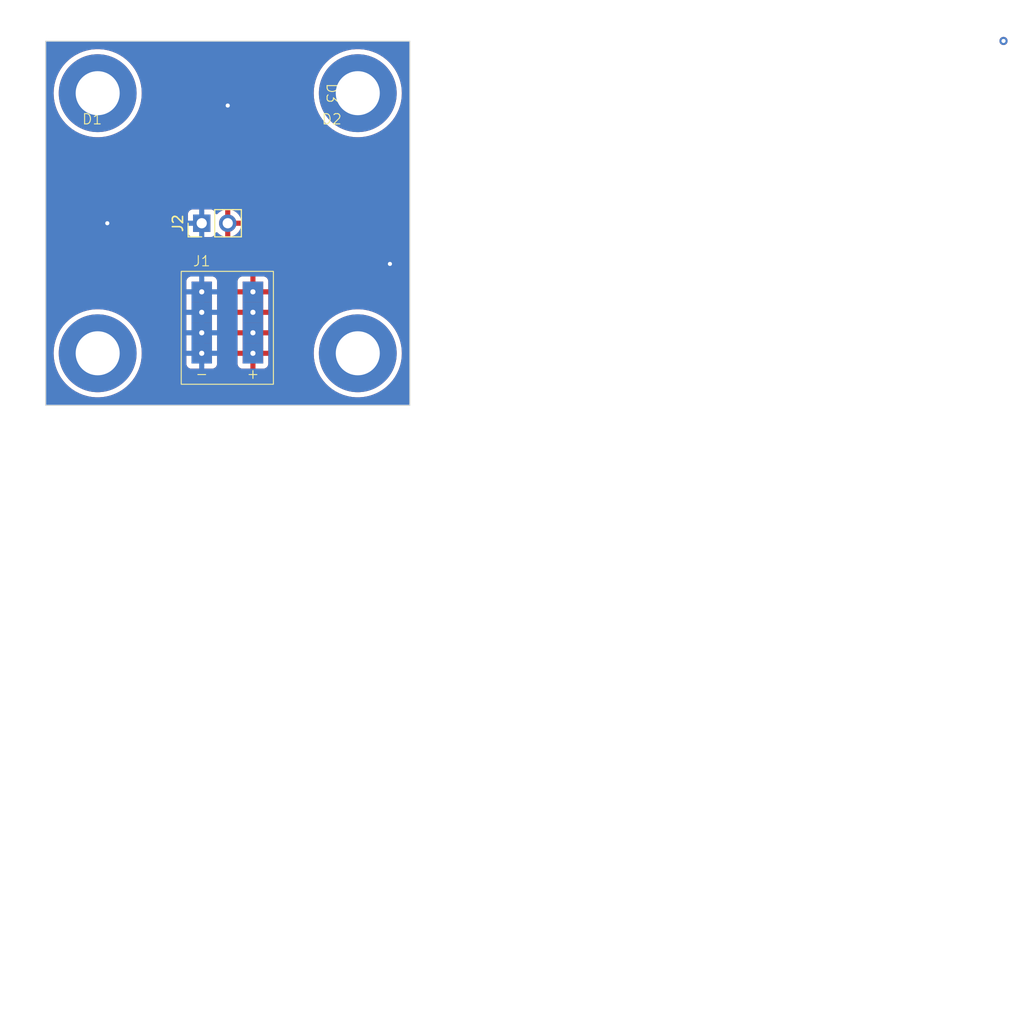
<source format=kicad_pcb>
(kicad_pcb (version 20221018) (generator pcbnew)
  (layers (0 "F.Cu" signal) (31 "B.Cu" signal) (34 "B.Paste" user) (35 "F.Paste" user) (36 "B.SilkS" user "B.Silkscreen") (37 "F.SilkS" user "F.Silkscreen") (38 "B.Mask" user) (39 "F.Mask" user) (44 "Edge.Cuts" user))
  (net 0 "")
  (net 1 "Net-(J1-Pin_2)")
  (net 8 "Net-(J1-Pin_1)")
  (footprint "MountingHole:MountingHole_4.3mm_M4_ISO7380_Pad_TopBottom" (layer "F.Cu") (at 154.94 38.1)
    (fp_text reference "H2" hide)
    (fp_text value "MountingHole_Pad" hide)
    (pad "1" thru_hole circle (at 0 0) (size 4.7 4.7) (drill 4.3) (layers "*.Cu" "*.Mask"))
    (pad "1" connect circle (at 0 0) (size 7.6 7.6) (layers "F.Cu" "F.Mask"))
    (pad "1" connect circle (at 0 0) (size 7.6 7.6) (layers "B.Cu" "B.Mask"))
  )
  (footprint "Star-Library:LY_E65F-DAEA-35-3B5A-50-R33-Z" (layer "F.Cu") (at 142.24 38.1 -90)
    (fp_text reference "D3" (at 0 -10.16 -90 unlocked) (layer "F.SilkS") (effects (font (thickness 0.1))))
    (fp_text value "~")
    (pad "1" smd rect (at -2 -3.15 270) (size 3.3 4.8) (layers "F.Cu" "F.Paste" "F.Mask") (net 1 "Net-(J1-Pin_2)"))
    (pad "2" smd rect (at 2 3.15 270) (size 3.3 4.8) (layers "F.Cu" "F.Paste" "F.Mask") (net 8 "Net-(J1-Pin_1)"))
    (pad "3" smd rect (at 2 -3.15 270) (size 3.3 4.8) (layers "F.Cu" "F.Paste" "F.Mask"))
    (pad "4" smd rect (at -2 3.15 270) (size 3.3 4.8) (layers "F.Cu" "F.Paste" "F.Mask"))
  )
  (footprint "Star-Library:LY_E65F-DAEA-35-3B5A-50-R33-Z" (layer "F.Cu") (at 129 50.8)
    (fp_text reference "D1" (at 0 -10.16 unlocked) (layer "F.SilkS") (effects (font (thickness 0.1))))
    (fp_text value "~")
    (pad "1" smd rect (at -2 -3.15) (size 3.3 4.8) (layers "F.Cu" "F.Paste" "F.Mask") (net 1 "Net-(J1-Pin_2)"))
    (pad "2" smd rect (at 2 3.15) (size 3.3 4.8) (layers "F.Cu" "F.Paste" "F.Mask") (net 8 "Net-(J1-Pin_1)"))
    (pad "3" smd rect (at 2 -3.15) (size 3.3 4.8) (layers "F.Cu" "F.Paste" "F.Mask"))
    (pad "4" smd rect (at -2 3.15) (size 3.3 4.8) (layers "F.Cu" "F.Paste" "F.Mask"))
  )
  (footprint "Star-Library:star_connector" (layer "F.Cu") (at 141.7 58.5)
    (fp_text reference "J1" (at -2 -4 unlocked) (layer "F.SilkS") (effects (font (thickness 0.1))))
    (fp_text value "Conn_01x02" hide)
    (fp_text user "+" (at 3 7 unlocked) (layer "F.SilkS") (effects (font (thickness 0.1))))
    (fp_text user "-" (at -2 7 unlocked) (layer "F.SilkS") (effects (font (thickness 0.1))))
    (fp_rect (start -4 -3) (end 5 8.0254) (stroke (width 0.1)) (fill none) (layer "F.SilkS"))
    (pad "1" thru_hole rect (at -2 -1) (size 2 2) (drill 0.5) (layers "*.Cu" "*.Mask") (net 8 "Net-(J1-Pin_1)"))
    (pad "1" thru_hole rect (at -2 1) (size 2 2) (drill 0.5) (layers "*.Cu" "*.Mask") (net 8 "Net-(J1-Pin_1)"))
    (pad "1" thru_hole rect (at -2 3) (size 2 2) (drill 0.5) (layers "*.Cu" "*.Mask") (net 8 "Net-(J1-Pin_1)"))
    (pad "1" thru_hole rect (at -2 5) (size 2 2) (drill 0.5) (layers "*.Cu" "*.Mask") (net 8 "Net-(J1-Pin_1)"))
    (pad "2" thru_hole rect (at 3 -1) (size 2 2) (drill 0.5) (layers "*.Cu" "*.Mask") (net 1 "Net-(J1-Pin_2)"))
    (pad "2" thru_hole rect (at 3 1) (size 2 2) (drill 0.5) (layers "*.Cu" "*.Mask") (net 1 "Net-(J1-Pin_2)"))
    (pad "2" thru_hole rect (at 3 3) (size 2 2) (drill 0.5) (layers "*.Cu" "*.Mask") (net 1 "Net-(J1-Pin_2)"))
    (pad "2" thru_hole rect (at 3 5) (size 2 2) (drill 0.5) (layers "*.Cu" "*.Mask") (net 1 "Net-(J1-Pin_2)"))
  )
  (footprint "MountingHole:MountingHole_4.3mm_M4_ISO7380_Pad_TopBottom" (layer "F.Cu") (at 154.94 63.5)
    (fp_text reference "H3" hide)
    (fp_text value "MountingHole_Pad" hide)
    (pad "1" thru_hole circle (at 0 0) (size 4.7 4.7) (drill 4.3) (layers "*.Cu" "*.Mask"))
    (pad "1" connect circle (at 0 0) (size 7.6 7.6) (layers "F.Cu" "F.Mask"))
    (pad "1" connect circle (at 0 0) (size 7.6 7.6) (layers "B.Cu" "B.Mask"))
  )
  (footprint "Connector_PinHeader_2.54mm:PinHeader_1x02_P2.54mm_Vertical" (layer "F.Cu") (at 139.7 50.8 90)
    (fp_text reference "J2" (at 0 -2.33 90) (layer "F.SilkS"))
    (fp_text value "Conn_01x02" hide)
    (fp_line (start -1.33 -1.33) (end 0 -1.33) (stroke (width 0.12)) (layer "F.SilkS"))
    (fp_line (start -1.33 0) (end -1.33 -1.33) (stroke (width 0.12)) (layer "F.SilkS"))
    (fp_line (start -1.33 1.27) (end -1.33 3.87) (stroke (width 0.12)) (layer "F.SilkS"))
    (fp_line (start -1.33 1.27) (end 1.33 1.27) (stroke (width 0.12)) (layer "F.SilkS"))
    (fp_line (start -1.33 3.87) (end 1.33 3.87) (stroke (width 0.12)) (layer "F.SilkS"))
    (fp_line (start 1.33 1.27) (end 1.33 3.87) (stroke (width 0.12)) (layer "F.SilkS"))
    (pad "1" thru_hole rect (at 0 0 90) (size 1.7 1.7) (drill 1) (layers "*.Cu" "*.Mask") (net 8 "Net-(J1-Pin_1)"))
    (pad "2" thru_hole oval (at 0 2.54 90) (size 1.7 1.7) (drill 1) (layers "*.Cu" "*.Mask") (net 1 "Net-(J1-Pin_2)"))
  )
  (footprint "MountingHole:MountingHole_4.3mm_M4_ISO7380_Pad_TopBottom" (layer "F.Cu") (at 129.54 38.1)
    (fp_text reference "H1" hide)
    (fp_text value "MountingHole_Pad" hide)
    (pad "1" thru_hole circle (at 0 0) (size 4.7 4.7) (drill 4.3) (layers "*.Cu" "*.Mask"))
    (pad "1" connect circle (at 0 0) (size 7.6 7.6) (layers "F.Cu" "F.Mask"))
    (pad "1" connect circle (at 0 0) (size 7.6 7.6) (layers "B.Cu" "B.Mask"))
  )
  (footprint "Star-Library:LY_E65F-DAEA-35-3B5A-50-R33-Z" (layer "F.Cu") (at 152.4 50.8)
    (fp_text reference "D2" (at 0 -10.16 unlocked) (layer "F.SilkS") (effects (font (thickness 0.1))))
    (fp_text value "~")
    (pad "1" smd rect (at -2 -3.15) (size 3.3 4.8) (layers "F.Cu" "F.Paste" "F.Mask") (net 1 "Net-(J1-Pin_2)"))
    (pad "2" smd rect (at 2 3.15) (size 3.3 4.8) (layers "F.Cu" "F.Paste" "F.Mask") (net 8 "Net-(J1-Pin_1)"))
    (pad "3" smd rect (at 2 -3.15) (size 3.3 4.8) (layers "F.Cu" "F.Paste" "F.Mask"))
    (pad "4" smd rect (at -2 3.15) (size 3.3 4.8) (layers "F.Cu" "F.Paste" "F.Mask"))
  )
  (footprint "MountingHole:MountingHole_4.3mm_M4_ISO7380_Pad_TopBottom" (layer "F.Cu") (at 129.54 63.5)
    (fp_text reference "H4" hide)
    (fp_text value "MountingHole_Pad" hide)
    (pad "1" thru_hole circle (at 0 0) (size 4.7 4.7) (drill 4.3) (layers "*.Cu" "*.Mask"))
    (pad "1" connect circle (at 0 0) (size 7.6 7.6) (layers "F.Cu" "F.Mask"))
    (pad "1" connect circle (at 0 0) (size 7.6 7.6) (layers "B.Cu" "B.Mask"))
  )
  (gr_rect (start 124.46 33.02) (end 160.02 68.58) (stroke (width 0.1)) (fill none) (layer "Edge.Cuts"))
  (segment (start 142.24 39.3081) (end 141.8169 39.7312) (width 0.25) (layer "F.Cu") (net 8))
  (segment (start 130.9015 51.2231) (end 131 51.2231) (width 0.25) (layer "F.Cu") (net 8))
  (segment (start 139.09 40.1) (end 141.8169 40.1) (width 0.25) (layer "F.Cu") (net 8))
  (segment (start 154.4 53.95) (end 156.3769 53.95) (width 0.25) (layer "F.Cu") (net 8))
  (segment (start 157.2 54.7731) (end 156.3769 53.95) (width 0.25) (layer "F.Cu") (net 8))
  (segment (start 158.0786 54.7731) (end 157.2 54.7731) (width 0.25) (layer "F.Cu") (net 8))
  (segment (start 131 53.95) (end 131 51.2231) (width 0.25) (layer "F.Cu") (net 8))
  (segment (start 141.8169 39.7312) (end 141.8169 40.1) (width 0.25) (layer "F.Cu") (net 8))
  (segment (start 130.4784 50.8) (end 130.9015 51.2231) (width 0.25) (layer "F.Cu") (net 8))
  (via (at 158.0786 54.7731) (size 0.8) (drill 0.4) (layers "F.Cu" "B.Cu") (net 8))
  (via (at 142.24 39.3081) (size 0.8) (drill 0.4) (layers "F.Cu" "B.Cu") (net 8))
  (via (at 130.4784 50.8) (size 0.8) (drill 0.4) (layers "F.Cu" "B.Cu") (net 8))
  (via (at 218 33) (size 0.8) (drill 0.4) (layers "F.Cu" "B.Cu") (net 8))
  (zone (net 1) (net_name "Net-(J1-Pin_2)") (layer "F.Cu") (priority 1) (connect_pads (clearance 0.5)) (min_thickness 0.25) (fill yes (thermal_gap 0.5) (thermal_bridge_width 0.5))
    (polygon (pts (xy 120 29) (xy 120 129) (xy 220 129) (xy 220 29)))
  )
  (zone (net 8) (net_name "Net-(J1-Pin_1)") (layer "B.Cu") (connect_pads (clearance 0.5)) (min_thickness 0.25) (fill yes (thermal_gap 0.5) (thermal_bridge_width 0.5))
    (polygon (pts (xy 220 29) (xy 220 129) (xy 120 129) (xy 120 29)))
  )
)
</source>
